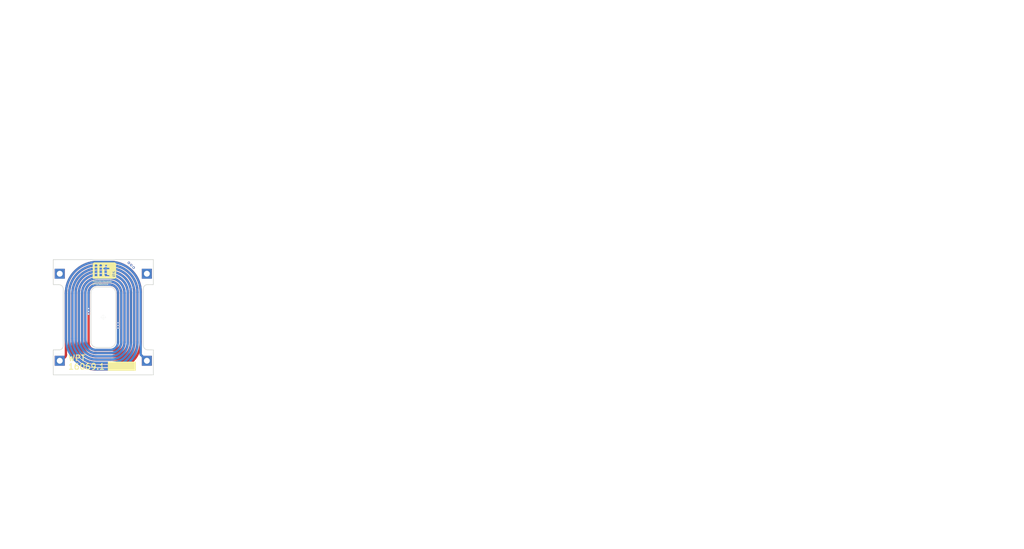
<source format=kicad_pcb>
(kicad_pcb (version 20240108) (generator "pcbnew") (generator_version "8.0")
  (title_block (date "2022-02-23"))
  (layers (0 "F.Cu" signal "TC") (1 "In1.Cu" signal "I1") (2 "In2.Cu" signal "I2") (3 "In3.Cu" signal "I3") (4 "In4.Cu" signal "I4") (31 "B.Cu" jumper "BC") (37 "F.SilkS" user "SST") (38 "B.Mask" user "SMB") (39 "F.Mask" user "SMT") (44 "Edge.Cuts" user))
  (property "ACRONYM" "WPT")
  (property "ADDRESS" "Via Melen, 83, Building B")
  (property "APPROVED" "M.Crepaldi")
  (property "CAP" "16152 - Genova (GE)")
  (property "CHECKED" "A.Barcellona")
  (property "COMPANY_NAME" "IIT - Fondazione Istituto Italiano di Tecnologia")
  (property "IITCODE" "16069")
  (property "IITCODEPCB" "16069")
  (property "PREPARED" "C.Lorini")
  (property "PROJECT" "Winding Planar Transformer")
  (property "REVISION_PCB" "1")
  (property "REVISION_SCH" "B")
  (property "STATE" "Italy")
  (property "TITLE" "Winding Planar Transformer")
  (net 0 "")
  (net 1 "/primary")
  (net 2 "/secondary")
  (footprint "IIT:IIT_logo_edl" (layer "F.Cu") (at 38.2 62.6)
    (property "Reference" "G***" (hide yes))
    (property "Value" "LOGO" (hide yes))
  )
  (footprint "CO:PSM1x1V" (layer "B.Cu") (at 30.6 62.6)
    (property "Reference" "J4" (hide yes))
    (property "Value" "TSW-101-08-T-S")
    (pad "1" thru_hole rect (at 0 0) (size 1.7 1.7) (drill 1) (layers "*.Cu" "*.Mask") (net 2 "/secondary"))
  )
  (footprint "CO:PSM1x1V" (layer "B.Cu") (at 45.4 62.6)
    (property "Reference" "J3" (hide yes))
    (property "Value" "TSW-101-08-T-S")
    (pad "1" thru_hole rect (at 0 0) (size 1.7 1.7) (drill 1) (layers "*.Cu" "*.Mask") (net 2 "/secondary"))
  )
  (footprint "CO:PSM1x1V" (layer "B.Cu") (at 45.4 77.4 180)
    (property "Reference" "J2" (hide yes))
    (property "Value" "TSW-101-08-T-S")
    (pad "1" thru_hole rect (at 0 0 180) (size 1.7 1.7) (drill 1) (layers "*.Cu" "*.Mask") (net 1 "/primary"))
  )
  (footprint "CO:PSM1x1V" (layer "B.Cu") (at 30.6 77.4 180)
    (property "Reference" "J1" (hide yes))
    (property "Value" "TSW-101-08-T-S")
    (pad "1" thru_hole rect (at 0 0 180) (size 1.7 1.7) (drill 1) (layers "*.Cu" "*.Mask") (net 1 "/primary"))
  )
  (gr_rect (start 38.825 77.6) (end 43.475 79.05) (stroke (width 0.1)) (fill solid) (layer "F.SilkS"))
  (gr_line (start 44.8 74.85) (end 44.8 65.15) (stroke (width 0.1)) (layer "Edge.Cuts"))
  (gr_arc (start 35.9 65.85) (mid 36.192893 65.142893) (end 36.9 64.85) (stroke (width 0.1)) (layer "Edge.Cuts"))
  (gr_line (start 35.9 74.15) (end 35.9 65.85) (stroke (width 0.1)) (layer "Edge.Cuts"))
  (gr_line (start 45.6 75.55) (end 46.5 75.55) (stroke (width 0.1)) (layer "Edge.Cuts"))
  (gr_line (start 29.5 64.45) (end 29.5 60.2) (stroke (width 0.1)) (layer "Edge.Cuts"))
  (gr_line (start 46.5 60.2) (end 46.5 64.45) (stroke (width 0.1)) (layer "Edge.Cuts"))
  (gr_line (start 29.5 79.8) (end 29.5 75.55) (stroke (width 0.1)) (layer "Edge.Cuts"))
  (gr_arc (start 39.099999 64.850001) (mid 39.807106 65.142894) (end 40.099999 65.850001) (stroke (width 0.1)) (layer "Edge.Cuts"))
  (gr_line (start 40.1 65.85) (end 40.1 74.15) (stroke (width 0.1)) (layer "Edge.Cuts"))
  (gr_arc (start 45.6 75.55) (mid 45.060549 75.359372) (end 44.8 74.85) (stroke (width 0.1)) (layer "Edge.Cuts"))
  (gr_line (start 30.4 64.45) (end 29.5 64.45) (stroke (width 0.1)) (layer "Edge.Cuts"))
  (gr_line (start 29.5 60.2) (end 46.5 60.2) (stroke (width 0.1)) (layer "Edge.Cuts"))
  (gr_arc (start 44.8 65.15) (mid 45.043991 64.621704) (end 45.6 64.45) (stroke (width 0.1)) (layer "Edge.Cuts"))
  (gr_arc (start 30.4 64.45) (mid 30.939451 64.640628) (end 31.2 65.15) (stroke (width 0.1)) (layer "Edge.Cuts"))
  (gr_line (start 46.5 79.8) (end 29.5 79.8) (stroke (width 0.1)) (layer "Edge.Cuts"))
  (gr_line (start 39.1 75.15) (end 36.9 75.15) (stroke (width 0.1)) (layer "Edge.Cuts"))
  (gr_line (start 46.5 64.45) (end 45.6 64.45) (stroke (width 0.1)) (layer "Edge.Cuts"))
  (gr_line (start 46.5 75.55) (end 46.5 79.8) (stroke (width 0.1)) (layer "Edge.Cuts"))
  (gr_line (start 31.2 74.85) (end 31.2 65.15) (stroke (width 0.1)) (layer "Edge.Cuts"))
  (gr_arc (start 36.900001 75.149999) (mid 36.192894 74.857106) (end 35.900001 74.149999) (stroke (width 0.1)) (layer "Edge.Cuts"))
  (gr_line (start 29.5 75.55) (end 30.4 75.55) (stroke (width 0.1)) (layer "Edge.Cuts"))
  (gr_arc (start 31.2 74.85) (mid 30.956009 75.378296) (end 30.4 75.55) (stroke (width 0.1)) (layer "Edge.Cuts"))
  (gr_line (start 36.9 64.85) (end 39.1 64.85) (stroke (width 0.1)) (layer "Edge.Cuts"))
  (gr_arc (start 40.099999 74.149999) (mid 39.807106 74.857106) (end 39.099999 75.149999) (stroke (width 0.1)) (layer "Edge.Cuts"))
  (gr_text "${ACRONYM}" (at 33.5 76.95 0) (layer "F.SilkS") (effects (font (size 1 1))))
  (gr_text "${IITCODEPCB}.${REVISION_PCB}\n" (at 35.15 78.4 0) (layer "F.SilkS") (effects (font (size 1 1))))
  (target plus (at 38 70) (size 1) (width 0.01) (layer "Edge.Cuts"))
  (segment (start 36.688302 76.1) (end 39.744484 76.1) (width 0.4) (layer "F.Cu") (net 1))
  (segment (start 36.661056 75.552389) (end 36.663445 75.55) (width 0.4) (layer "F.Cu") (net 1))
  (segment (start 32.75 65.97777) (end 32.75 74.388824) (width 0.4) (layer "F.Cu") (net 1))
  (segment (start 41.055516 73.694484) (end 41.05 73.688968) (width 0.4) (layer "F.Cu") (net 1))
  (segment (start 41.6 74.244484) (end 41.6 65.886585) (width 0.4) (layer "F.Cu") (net 1))
  (segment (start 41.05 73.688968) (end 41.05 65.910616) (width 0.4) (layer "F.Cu") (net 1))
  (segment (start 34.95 65.884009) (end 34.95 74.361698) (width 0.4) (layer "F.Cu") (net 1))
  (segment (start 39.039384 63.9) (end 36.934009 63.9) (width 0.4) (layer "F.Cu") (net 1))
  (segment (start 39.213864 60.6) (end 37.007891 60.6) (width 0.4) (layer "F.Cu") (net 1))
  (segment (start 39.063415 63.35) (end 36.964323 63.35) (width 0.4) (layer "F.Cu") (net 1))
  (segment (start 36.705417 77.2) (end 39.723248 77.2) (width 0.4) (layer "F.Cu") (net 1))
  (segment (start 39.183918 61.7) (end 37.02777 61.7) (width 0.4) (layer "F.Cu") (net 1))
  (segment (start 43.8 74.168527) (end 43.8 65.75715) (width 0.4) (layer "F.Cu") (net 1))
  (segment (start 33.85 65.901292) (end 33.85 74.344583) (width 0.4) (layer "F.Cu") (net 1))
  (segment (start 42.7 74.223248) (end 42.7 65.806788) (width 0.4) (layer "F.Cu") (net 1))
  (segment (start 40.5 71.85) (end 40.5 65.878884) (width 0.4) (layer "F.Cu") (net 1))
  (segment (start 32.2 65.971612) (end 32.2 74.399856) (width 0.4) (layer "F.Cu") (net 1))
  (segment (start 36.650144 78.85) (end 39.658256 78.85) (width 0.4) (layer "F.Cu") (net 1))
  (segment (start 33.3 65.90435) (end 33.3 74.389428) (width 0.4) (layer "F.Cu") (net 1))
  (segment (start 35.5 65.86324) (end 35.5 74.391333) (width 0.4) (layer "F.Cu") (net 1))
  (segment (start 44.35 74.158256) (end 44.35 65.736136) (width 0.4) (layer "F.Cu") (net 1))
  (segment (start 39.10664 62.8) (end 36.951292 62.8) (width 0.4) (layer "F.Cu") (net 1))
  (segment (start 43.25 74.18969) (end 43.25 65.766082) (width 0.4) (layer "F.Cu") (net 1))
  (segment (start 36.663445 75.55) (end 39.73943 75.55) (width 0.4) (layer "F.Cu") (net 1))
  (segment (start 36.713565 76.65) (end 39.724478 76.65) (width 0.4) (layer "F.Cu") (net 1))
  (segment (start 34.4 65.914323) (end 34.4 74.336435) (width 0.4) (layer "F.Cu") (net 1))
  (segment (start 31.65 76.387035) (end 31.657152 76.394187) (width 0.4) (layer "F.Cu") (net 1))
  (segment (start 42.15 74.224478) (end 42.15 65.84336) (width 0.4) (layer "F.Cu") (net 1))
  (segment (start 36.660572 77.75) (end 39.68969 77.75) (width 0.4) (layer "F.Cu") (net 1))
  (segment (start 39.143212 62.25) (end 36.95435 62.25) (width 0.4) (layer "F.Cu") (net 1))
  (segment (start 36.661176 78.3) (end 39.668527 78.3) (width 0.4) (layer "F.Cu") (net 1))
  (segment (start 31.65 65.957891) (end 31.65 76.387035) (width 0.4) (layer "F.Cu") (net 1))
  (segment (start 39.19285 61.15) (end 37.021612 61.15) (width 0.4) (layer "F.Cu") (net 1))
  (segment (start 41.055516 74.233914) (end 41.055516 73.694484) (width 0.4) (layer "F.Cu") (net 1))
  (segment (start 39.071116 64.45) (end 36.91324 64.45) (width 0.4) (layer "F.Cu") (net 1))
  (via (at 42.7375 61.1375) (size 0.4) (drill 0.2) (layers "F.Cu" "B.Cu") (net 1))
  (via blind (at 40.5 71.85) (size 0.35) (drill 0.2) (layers "F.Cu" "In1.Cu") (net 1))
  (via (at 42.35 60.75) (size 0.4) (drill 0.2) (layers "F.Cu" "B.Cu") (net 1))
  (via blind (at 40.5 70.95) (size 0.35) (drill 0.2) (layers "F.Cu" "In1.Cu") (net 1))
  (via (at 43.15 61.55) (size 0.4) (drill 0.2) (layers "F.Cu" "B.Cu") (net 1))
  (via blind (at 40.5 71.4) (size 0.35) (drill 0.2) (layers "F.Cu" "In1.Cu") (net 1))
  (arc (start 42.15 65.84336) (mid 41.25862 63.69138) (end 39.10664 62.8) (width 0.4) (layer "F.Cu") (net 1))
  (arc (start 32.2 74.399856) (mid 33.503417 77.546583) (end 36.650144 78.85) (width 0.4) (layer "F.Cu") (net 1))
  (arc (start 39.73943 75.55) (mid 40.670043 75.164527) (end 41.055516 74.233914) (width 0.4) (layer "F.Cu") (net 1))
  (arc (start 36.95435 62.25) (mid 34.370334 63.320334) (end 33.3 65.90435) (width 0.4) (layer "F.Cu") (net 1))
  (arc (start 36.91324 64.45) (mid 35.913928 64.863928) (end 35.5 65.86324) (width 0.4) (layer "F.Cu") (net 1))
  (arc (start 36.964323 63.35) (mid 35.151073 64.101073) (end 34.4 65.914323) (width 0.4) (layer "F.Cu") (net 1))
  (arc (start 32.75 74.388824) (mid 33.895557 77.154443) (end 36.661176 78.3) (width 0.4) (layer "F.Cu") (net 1))
  (arc (start 39.724478 76.65) (mid 41.439581 75.939581) (end 42.15 74.224478) (width 0.4) (layer "F.Cu") (net 1))
  (arc (start 35.5 74.391333) (mid 35.840064 75.212325) (end 36.661056 75.552389) (width 0.4) (layer "F.Cu") (net 1))
  (arc (start 43.25 65.766082) (mid 42.059072 62.890928) (end 39.183918 61.7) (width 0.4) (layer "F.Cu") (net 1))
  (arc (start 31.657152 76.394187) (mid 31.574356 76.690074) (end 31.35 76.9) (width 0.4) (layer "F.Cu") (net 1))
  (arc (start 39.68969 77.75) (mid 42.207209 76.707209) (end 43.25 74.18969) (width 0.4) (layer "F.Cu") (net 1))
  (arc (start 44.35 65.736136) (mid 42.845661 62.104339) (end 39.213864 60.6) (width 0.4) (layer "F.Cu") (net 1))
  (arc (start 34.95 74.361698) (mid 35.459137 75.590863) (end 36.688302 76.1) (width 0.4) (layer "F.Cu") (net 1))
  (arc (start 36.951292 62.8) (mid 34.758347 63.708347) (end 33.85 65.901292) (width 0.4) (layer "F.Cu") (net 1))
  (arc (start 41.6 65.886585) (mid 40.857051 64.092949) (end 39.063415 63.35) (width 0.4) (layer "F.Cu") (net 1))
  (arc (start 39.668527 78.3) (mid 42.58992 77.08992) (end 43.8 74.168527) (width 0.4) (layer "F.Cu") (net 1))
  (arc (start 43.8 65.75715) (mid 42.450597 62.499403) (end 39.19285 61.15) (width 0.4) (layer "F.Cu") (net 1))
  (arc (start 42.7 65.806788) (mid 41.658241 63.291759) (end 39.143212 62.25) (width 0.4) (layer "F.Cu") (net 1))
  (arc (start 40.5 65.878884) (mid 40.08149 64.86851) (end 39.071116 64.45) (width 0.4) (layer "F.Cu") (net 1))
  (arc (start 39.658256 78.85) (mid 42.97582 77.47582) (end 44.35 74.158256) (width 0.4) (layer "F.Cu") (net 1))
  (arc (start 33.85 74.344583) (mid 34.686332 76.363668) (end 36.705417 77.2) (width 0.4) (layer "F.Cu") (net 1))
  (arc (start 37.02777 61.7) (mid 34.00293 62.95293) (end 32.75 65.97777) (width 0.4) (layer "F.Cu") (net 1))
  (arc (start 39.744484 76.1) (mid 41.056532 75.556532) (end 41.6 74.244484) (width 0.4) (layer "F.Cu") (net 1))
  (arc (start 33.3 74.389428) (mid 34.284289 76.765711) (end 36.660572 77.75) (width 0.4) (layer "F.Cu") (net 1))
  (arc (start 41.05 65.910616) (mid 40.461104 64.488896) (end 39.039384 63.9) (width 0.4) (layer "F.Cu") (net 1))
  (arc (start 37.021612 61.15) (mid 33.612217 62.562217) (end 32.2 65.971612) (width 0.4) (layer "F.Cu") (net 1))
  (arc (start 36.934009 63.9) (mid 35.531103 64.481103) (end 34.95 65.884009) (width 0.4) (layer "F.Cu") (net 1))
  (arc (start 34.4 74.336435) (mid 35.077627 75.972373) (end 36.713565 76.65) (width 0.4) (layer "F.Cu") (net 1))
  (arc (start 39.723248 77.2) (mid 41.82813 76.32813) (end 42.7 74.223248) (width 0.4) (layer "F.Cu") (net 1))
  (arc (start 37.007891 60.6) (mid 33.21929 62.16929) (end 31.65 65.957891) (width 0.4) (layer "F.Cu") (net 1))
  (via blind (at 35.5 68.525) (size 0.35) (drill 0.2) (layers "In4.Cu" "B.Cu") (net 1))
  (via blind (at 35.5 69) (size 0.35) (drill 0.2) (layers "In4.Cu" "B.Cu") (net 1))
  (via blind (at 35.5 69.45) (size 0.35) (drill 0.2) (layers "In4.Cu" "B.Cu") (net 1))
  (segment (start 36.942026 62.8) (end 39.13229 62.8) (width 0.4) (layer "B.Cu") (net 1))
  (segment (start 32.2 73.58195) (end 32.2 65.957053) (width 0.4) (layer "B.Cu") (net 1))
  (segment (start 44.35 65.758337) (end 44.35 76.35) (width 0.4) (layer "B.Cu") (net 1))
  (segment (start 39.216696 77.2) (end 36.900933 77.2) (width 0.4) (layer "B.Cu") (net 1))
  (segment (start 33.3 73.599067) (end 33.3 65.881979) (width 0.4) (layer "B.Cu") (net 1))
  (segment (start 31.65 73.573328) (end 31.65 65.946203) (width 0.4) (layer "B.Cu") (net 1))
  (segment (start 39.171441 75.55) (end 36.80111 75.55) (width 0.4) (layer "B.Cu") (net 1))
  (segment (start 37.015163 61.7) (end 39.204698 61.7) (width 0.4) (layer "B.Cu") (net 1))
  (segment (start 34.4 73.663424) (end 34.4 65.931248) (width 0.4) (layer "B.Cu") (net 1))
  (segment (start 35.5 69.075) (end 35.5 65.877933) (width 0.4) (layer "B.Cu") (net 1))
  (segment (start 33.85 73.624435) (end 33.85 65.892026) (width 0.4) (layer "B.Cu") (net 1))
  (segment (start 43.8 65.759389) (end 43.8 74.389635) (width 0.4) (layer "B.Cu") (net 1))
  (segment (start 36.981248 63.35) (end 39.062093 63.35) (width 0.4) (layer "B.Cu") (net 1))
  (segment (start 36.933358 63.9) (end 39.047512 63.9) (width 0.4) (layer "B.Cu") (net 1))
  (segment (start 39.278051 77.75) (end 36.900029 77.75) (width 0.4) (layer "B.Cu") (net 1))
  (segment (start 39.18602 76.65) (end 36.875565 76.65) (width 0.4) (layer "B.Cu") (net 1))
  (segment (start 42.7 65.82207) (end 42.7 74.328051) (width 0.4) (layer "B.Cu") (net 1))
  (segment (start 42.15 65.81771) (end 42.15 74.266696) (width 0.4) (layer "B.Cu") (net 1))
  (segment (start 36.931979 62.25) (end 39.12793 62.25) (width 0.4) (layer "B.Cu") (net 1))
  (segment (start 41.05 65.902488) (end 41.05 74.23142) (width 0.4) (layer "B.Cu") (net 1))
  (segment (start 41.6 65.887907) (end 41.6 74.23602) (width 0.4) (layer "B.Cu") (net 1))
  (segment (start 43.25 65.745302) (end 43.25 74.319165) (width 0.4) (layer "B.Cu") (net 1))
  (segment (start 36.76289 60.602449) (end 39.194112 60.602449) (width 0.4) (layer "B.Cu") (net 1))
  (segment (start 37.007053 61.15) (end 39.190611 61.15) (width 0.4) (layer "B.Cu") (net 1))
  (segment (start 39.269165 78.3) (end 36.91805 78.3) (width 0.4) (layer "B.Cu") (net 1))
  (segment (start 39.339635 78.85) (end 36.926672 78.85) (width 0.4) (layer "B.Cu") (net 1))
  (segment (start 34.95 73.69889) (end 34.95 65.883358) (width 0.4) (layer "B.Cu") (net 1))
  (segment (start 44.35 76.35) (end 45.4 77.4) (width 0.4) (layer "B.Cu") (net 1))
  (segment (start 39.18142 76.1) (end 36.836576 76.1) (width 0.4) (layer "B.Cu") (net 1))
  (segment (start 45.175 77.125) (end 45.5 77.125) (width 0.4) (layer "B.Cu") (net 1))
  (segment (start 36.927933 64.45) (end 39.08514 64.45) (width 0.4) (layer "B.Cu") (net 1))
  (segment (start 32.75 73.599971) (end 32.75 65.965163) (width 0.4) (layer "B.Cu") (net 1))
  (segment (start 40.5 65.86486) (end 40.5 74.221441) (width 0.4) (layer "B.Cu") (net 1))
  (arc (start 31.65 65.946203) (mid 33.134299 62.249234) (end 36.76289 60.602449) (width 0.4) (layer "B.Cu") (net 1))
  (arc (start 41.6 74.23602) (mid 40.892962 75.942962) (end 39.18602 76.65) (width 0.4) (layer "B.Cu") (net 1))
  (arc (start 39.12793 62.25) (mid 41.653765 63.296235) (end 42.7 65.82207) (width 0.4) (layer "B.Cu") (net 1))
  (arc (start 43.8 74.389635) (mid 42.493589 77.543589) (end 39.339635 78.85) (width 0.4) (layer "B.Cu") (net 1))
  (arc (start 39.13229 62.8) (mid 41.266133 63.683867) (end 42.15 65.81771) (width 0.4) (layer "B.Cu") (net 1))
  (arc (start 36.875565 76.65) (mid 34.736167 75.763833) (end 33.85 73.624435) (width 0.4) (layer "B.Cu") (net 1))
  (arc (start 39.062093 63.35) (mid 40.856664 64.093336) (end 41.6 65.887907) (width 0.4) (layer "B.Cu") (net 1))
  (arc (start 36.900933 77.2) (mid 34.354689 76.145311) (end 33.3 73.599067) (width 0.4) (layer "B.Cu") (net 1))
  (arc (start 32.75 65.965163) (mid 33.999237 62.949237) (end 37.015163 61.7) (width 0.4) (layer "B.Cu") (net 1))
  (arc (start 36.91805 78.3) (mid 33.581885 76.918115) (end 32.2 73.58195) (width 0.4) (layer "B.Cu") (net 1))
  (arc (start 39.204698 61.7) (mid 42.065158 62.884842) (end 43.25 65.745302) (width 0.4) (layer "B.Cu") (net 1))
  (arc (start 43.25 74.319165) (mid 42.08404 77.13404) (end 39.269165 78.3) (width 0.4) (layer "B.Cu") (net 1))
  (arc (start 39.08514 64.45) (mid 40.085597 64.864403) (end 40.5 65.86486) (width 0.4) (layer "B.Cu") (net 1))
  (arc (start 34.95 65.883358) (mid 35.530912 64.480912) (end 36.933358 63.9) (width 0.4) (layer "B.Cu") (net 1))
  (arc (start 32.2 65.957053) (mid 33.607953 62.557953) (end 37.007053 61.15) (width 0.4) (layer "B.Cu") (net 1))
  (arc (start 40.5 74.221441) (mid 40.110874 75.160874) (end 39.171441 75.55) (width 0.4) (layer "B.Cu") (net 1))
  (arc (start 33.85 65.892026) (mid 34.755633 63.705633) (end 36.942026 62.8) (width 0.4) (layer "B.Cu") (net 1))
  (arc (start 36.926672 78.85) (mid 33.195501 77.304499) (end 31.65 73.573328) (width 0.4) (layer "B.Cu") (net 1))
  (arc (start 42.15 74.266696) (mid 41.290855 76.340855) (end 39.216696 77.2) (width 0.4) (layer "B.Cu") (net 1))
  (arc (start 39.047512 63.9) (mid 40.463485 64.486515) (end 41.05 65.902488) (width 0.4) (layer "B.Cu") (net 1))
  (arc (start 39.190611 61.15) (mid 42.449941 62.500059) (end 43.8 65.759389) (width 0.4) (layer "B.Cu") (net 1))
  (arc (start 36.900029 77.75) (mid 33.965515 76.534485) (end 32.75 73.599971) (width 0.4) (layer "B.Cu") (net 1))
  (arc (start 42.7 74.328051) (mid 41.697734 76.747734) (end 39.278051 77.75) (width 0.4) (layer "B.Cu") (net 1))
  (arc (start 39.194112 60.602449) (mid 42.839875 62.112574) (end 44.35 65.758337) (width 0.4) (layer "B.Cu") (net 1))
  (arc (start 34.4 65.931248) (mid 35.15603 64.10603) (end 36.981248 63.35) (width 0.4) (layer "B.Cu") (net 1))
  (arc (start 36.836576 76.1) (mid 35.113657 75.386343) (end 34.4 73.663424) (width 0.4) (layer "B.Cu") (net 1))
  (arc (start 36.80111 75.55) (mid 35.492178 75.007822) (end 34.95 73.69889) (width 0.4) (layer "B.Cu") (net 1))
  (arc (start 33.3 65.881979) (mid 34.363782 63.313782) (end 36.931979 62.25) (width 0.4) (layer "B.Cu") (net 1))
  (arc (start 41.05 74.23142) (mid 40.502706 75.552706) (end 39.18142 76.1) (width 0.4) (layer "B.Cu") (net 1))
  (arc (start 35.5 65.877933) (mid 35.918232 64.868232) (end 36.927933 64.45) (width 0.4) (layer "B.Cu") (net 1))
)
</source>
